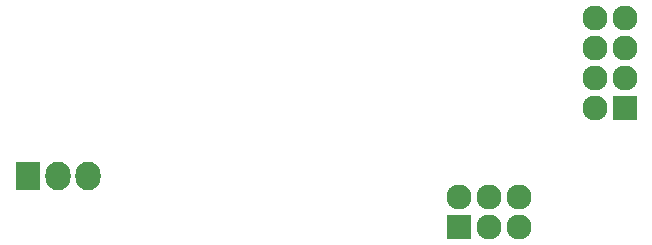
<source format=gbr>
G04 #@! TF.FileFunction,Soldermask,Bot*
%FSLAX46Y46*%
G04 Gerber Fmt 4.6, Leading zero omitted, Abs format (unit mm)*
G04 Created by KiCad (PCBNEW 4.0.2+dfsg1-2~bpo8+1-stable) date Sat 25 Nov 2017 07:55:09 PM CST*
%MOMM*%
G01*
G04 APERTURE LIST*
%ADD10C,0.100000*%
%ADD11R,2.127200X2.127200*%
%ADD12O,2.127200X2.127200*%
%ADD13R,2.127200X2.432000*%
%ADD14O,2.127200X2.432000*%
G04 APERTURE END LIST*
D10*
D11*
X244000000Y-154000000D03*
D12*
X244000000Y-151460000D03*
X246540000Y-154000000D03*
X246540000Y-151460000D03*
X249080000Y-154000000D03*
X249080000Y-151460000D03*
D11*
X258000000Y-144000000D03*
D12*
X255460000Y-144000000D03*
X258000000Y-141460000D03*
X255460000Y-141460000D03*
X258000000Y-138920000D03*
X255460000Y-138920000D03*
X258000000Y-136380000D03*
X255460000Y-136380000D03*
D13*
X207500000Y-149750000D03*
D14*
X210040000Y-149750000D03*
X212580000Y-149750000D03*
M02*

</source>
